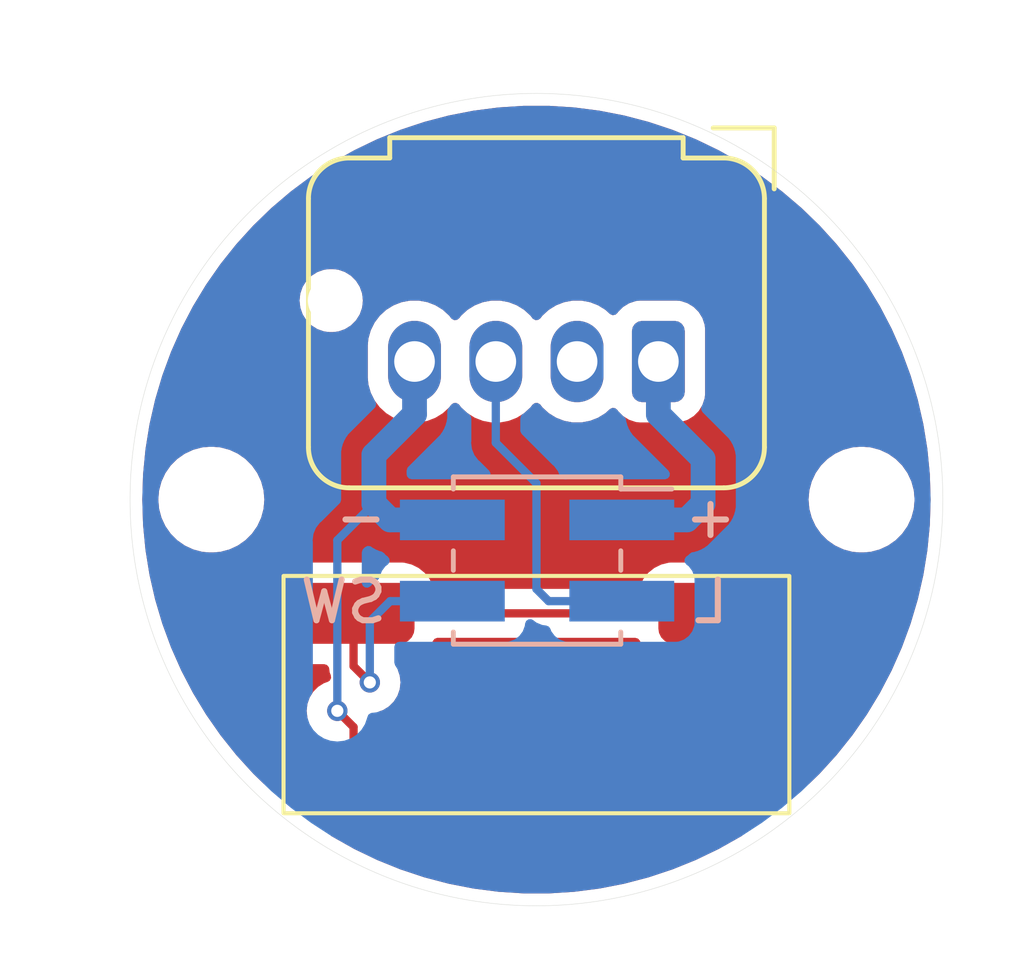
<source format=kicad_pcb>
(kicad_pcb (version 20221018) (generator pcbnew)
  (layers (0 "F.Cu" jumper) (31 "B.Cu" signal) (34 "B.Paste" user) (35 "F.Paste" user) (36 "B.SilkS" user "B.Silkscreen") (37 "F.SilkS" user "F.Silkscreen") (38 "B.Mask" user) (39 "F.Mask" user) (44 "Edge.Cuts" user))
  (net 0 "")
  (net 1 "/VBAT")
  (net 3 "/LINE")
  (net 4 "/SW")
  (net 5 "GND")
  (footprint "MountingHole:MountingHole_2.2mm_M2_ISO14580" (layer "F.Cu") (at 157 111.9)
    (fp_text reference "H1" hide)
    (fp_text value "MountingHole_Pad" hide)
    (pad "" np_thru_hole circle (at 0 0) (size 2.2 2.2) (drill 2.2) (layers "*.Cu" "*.Mask"))
  )
  (footprint "local:KSC4" (layer "F.Cu") (at 165 116.7)
    (fp_text reference "SW1" hide)
    (fp_text value "KSC421G70")
    (fp_rect (start -6.223 -2.921) (end 6.223 2.921) (stroke (width 0.1)) (fill none) (layer "F.SilkS"))
    (pad "1" smd roundrect (at -4.5 -2) (size 3 1.5) (layers "F.Cu" "F.Paste" "F.Mask") (net 4 "/SW"))
    (pad "2" smd roundrect (at 4.5 -2) (size 3 1.5) (layers "F.Cu" "F.Paste" "F.Mask") (net 4 "/SW"))
    (pad "3" smd roundrect (at -4.5 2) (size 3 1.5) (layers "F.Cu" "F.Paste" "F.Mask") (net 5 "GND"))
    (pad "4" smd roundrect (at 4.5 2) (size 3 1.5) (layers "F.Cu" "F.Paste" "F.Mask") (net 5 "GND"))
  )
  (footprint "MountingHole:MountingHole_2.2mm_M2_ISO14580" (layer "F.Cu") (at 173 111.9)
    (fp_text reference "H2" hide)
    (fp_text value "MountingHole_Pad" hide)
    (pad "" np_thru_hole circle (at 0 0) (size 2.2 2.2) (drill 2.2) (layers "*.Cu" "*.Mask"))
  )
  (footprint "Connector_JST:JST_JWPF_B04B-JWPF-SK-R_1x04_P2.00mm_Vertical" (layer "F.Cu") (at 168 108.5 -90)
    (fp_text reference "J1" hide)
    (fp_text value "B04B-JWPF-SK-R")
    (fp_line (start -5.75 -2.85) (end -4.25 -2.85) (stroke (width 0.12)) (layer "F.SilkS"))
    (fp_line (start -5.75 -1.35) (end -5.75 -2.85) (stroke (width 0.12)) (layer "F.SilkS"))
    (fp_line (start -5.51 -0.61) (end -5.51 6.61) (stroke (width 0.12)) (layer "F.SilkS"))
    (fp_line (start -5.51 6.61) (end -5.01 6.61) (stroke (width 0.12)) (layer "F.SilkS"))
    (fp_line (start -5.01 -1.61) (end -5.01 -0.61) (stroke (width 0.12)) (layer "F.SilkS"))
    (fp_line (start -5.01 -0.61) (end -5.51 -0.61) (stroke (width 0.12)) (layer "F.SilkS"))
    (fp_line (start -5.01 6.61) (end -5.01 7.61) (stroke (width 0.12)) (layer "F.SilkS"))
    (fp_line (start -4.01 -2.61) (end 2.11 -2.61) (stroke (width 0.12)) (layer "F.SilkS"))
    (fp_line (start -4.01 8.61) (end 2.11 8.61) (stroke (width 0.12)) (layer "F.SilkS"))
    (fp_line (start 3.11 -1.61) (end 3.11 7.61) (stroke (width 0.12)) (layer "F.SilkS"))
    (fp_arc (start -5.01 -1.61) (mid -4.717107 -2.317107) (end -4.01 -2.61) (stroke (width 0.12)) (layer "F.SilkS"))
    (fp_arc (start -4.01 8.61) (mid -4.717107 8.317107) (end -5.01 7.61) (stroke (width 0.12)) (layer "F.SilkS"))
    (fp_arc (start 2.11 -2.61) (mid 2.817107 -2.317107) (end 3.11 -1.61) (stroke (width 0.12)) (layer "F.SilkS"))
    (fp_arc (start 3.11 7.61) (mid 2.817107 8.317107) (end 2.11 8.61) (stroke (width 0.12)) (layer "F.SilkS"))
    (pad "" np_thru_hole circle (at -1.5 8.05 270) (size 1.15 1.15) (drill 1.15) (layers "*.Cu" "*.Mask"))
    (pad "1" thru_hole roundrect (at 0 0 270) (size 2 1.3) (drill 1) (layers "*.Cu" "*.Mask") (roundrect_rratio 0.1923076923) (net 1 "/VBAT"))
    (pad "2" thru_hole oval (at 0 2 270) (size 2 1.3) (drill 1) (layers "*.Cu" "*.Mask"))
    (pad "3" thru_hole oval (at 0 4 270) (size 2 1.3) (drill 1) (layers "*.Cu" "*.Mask") (net 3 "/LINE"))
    (pad "4" thru_hole oval (at 0 6 270) (size 2 1.3) (drill 1) (layers "*.Cu" "*.Mask") (net 5 "GND"))
  )
  (footprint "Connector_PinHeader_2.00mm:PinHeader_2x02_P2.00mm_Vertical_SMD" (layer "B.Cu") (at 165.015 113.4 180)
    (fp_text reference "J2" hide)
    (fp_text value "PinHeader (2.54mm)" hide)
    (fp_line (start -3.315 1.76) (end -2.06 1.76) (stroke (width 0.12)) (layer "B.SilkS"))
    (fp_line (start -2.06 -2.06) (end 2.06 -2.06) (stroke (width 0.12)) (layer "B.SilkS"))
    (fp_line (start -2.06 -1.76) (end -2.06 -2.06) (stroke (width 0.12)) (layer "B.SilkS"))
    (fp_line (start -2.06 0.24) (end -2.06 -0.24) (stroke (width 0.12)) (layer "B.SilkS"))
    (fp_line (start -2.06 2.06) (end -2.06 1.76) (stroke (width 0.12)) (layer "B.SilkS"))
    (fp_line (start -2.06 2.06) (end 2.06 2.06) (stroke (width 0.12)) (layer "B.SilkS"))
    (fp_line (start 2.06 -1.76) (end 2.06 -2.06) (stroke (width 0.12)) (layer "B.SilkS"))
    (fp_line (start 2.06 0.24) (end 2.06 -0.24) (stroke (width 0.12)) (layer "B.SilkS"))
    (fp_line (start 2.06 2.06) (end 2.06 1.76) (stroke (width 0.12)) (layer "B.SilkS"))
    (pad "1" smd rect (at -2.085 1 180) (size 2.58 1) (layers "B.Cu" "B.Paste" "B.Mask") (net 1 "/VBAT"))
    (pad "2" smd rect (at 2.085 1 180) (size 2.58 1) (layers "B.Cu" "B.Paste" "B.Mask") (net 5 "GND"))
    (pad "3" smd rect (at -2.085 -1 180) (size 2.58 1) (layers "B.Cu" "B.Paste" "B.Mask") (net 3 "/LINE"))
    (pad "4" smd rect (at 2.085 -1 180) (size 2.58 1) (layers "B.Cu" "B.Paste" "B.Mask") (net 4 "/SW"))
  )
  (gr_circle (center 165 111.9) (end 175.000009 111.9) (stroke (width 0.01)) (fill none) (layer "Edge.Cuts"))
  (gr_text "+" (at 170 112.9) (layer "B.SilkS") (effects (font (size 1 1)) (justify left bottom mirror)))
  (gr_text "SW" (at 161.4 115) (layer "B.SilkS") (effects (font (size 1 1)) (justify left bottom mirror)))
  (gr_text "-" (at 161.4 112.9) (layer "B.SilkS") (effects (font (size 1 1)) (justify left bottom mirror)))
  (gr_text "L" (at 169.8 115) (layer "B.SilkS") (effects (font (size 1 1)) (justify left bottom mirror)))
  (segment (start 169.1 110.9) (end 168 109.8) (width 0.6096) (layer "B.Cu") (net 1))
  (segment (start 168.7 112.4) (end 169.1 112) (width 0.6096) (layer "B.Cu") (net 1))
  (segment (start 168 109.8) (end 168 108.5) (width 0.6096) (layer "B.Cu") (net 1))
  (segment (start 169.1 112) (end 169.1 110.9) (width 0.6096) (layer "B.Cu") (net 1))
  (segment (start 167.1 112.4) (end 168.7 112.4) (width 0.6096) (layer "B.Cu") (net 1))
  (segment (start 164 108.5) (end 164 110.5) (width 0.2032) (layer "B.Cu") (net 3))
  (segment (start 164 110.5) (end 165 111.5) (width 0.2032) (layer "B.Cu") (net 3))
  (segment (start 165.3 114.4) (end 167.1 114.4) (width 0.2032) (layer "B.Cu") (net 3))
  (segment (start 165 111.5) (end 165 114.1) (width 0.2032) (layer "B.Cu") (net 3))
  (segment (start 165 114.1) (end 165.3 114.4) (width 0.2032) (layer "B.Cu") (net 3))
  (segment (start 160.9 116.4) (end 160.5 116) (width 0.2032) (layer "F.Cu") (net 4))
  (segment (start 160.5 116) (end 160.5 114.7) (width 0.2032) (layer "F.Cu") (net 4))
  (segment (start 169.5 114.7) (end 160.5 114.7) (width 0.2032) (layer "F.Cu") (net 4))
  (via (at 160.9 116.4) (size 0.5) (drill 0.3) (layers "F.Cu" "B.Cu") (net 4))
  (segment (start 160.9 114.9) (end 160.9 116.4) (width 0.2032) (layer "B.Cu") (net 4))
  (segment (start 161.4 114.4) (end 160.9 114.9) (width 0.2032) (layer "B.Cu") (net 4))
  (segment (start 162.93 114.4) (end 161.4 114.4) (width 0.2032) (layer "B.Cu") (net 4))
  (segment (start 169.5 118.7) (end 160.5 118.7) (width 0.25) (layer "F.Cu") (net 5))
  (segment (start 160.5 117.5) (end 160.1 117.1) (width 0.2032) (layer "F.Cu") (net 5))
  (segment (start 160.5 118.7) (end 160.5 117.5) (width 0.2032) (layer "F.Cu") (net 5))
  (via (at 160.1 117.1) (size 0.5) (drill 0.3) (layers "F.Cu" "B.Cu") (net 5))
  (segment (start 160.1 117.1) (end 160.1 112.9) (width 0.2032) (layer "B.Cu") (net 5))
  (segment (start 162.93 112.4) (end 161.4 112.4) (width 0.6096) (layer "B.Cu") (net 5))
  (segment (start 161.4 112.4) (end 161 112) (width 0.6096) (layer "B.Cu") (net 5))
  (segment (start 162 109.8) (end 162 108.5) (width 0.6096) (layer "B.Cu") (net 5))
  (segment (start 160.1 112.9) (end 161 112) (width 0.2032) (layer "B.Cu") (net 5))
  (segment (start 161 112) (end 161 110.8) (width 0.6096) (layer "B.Cu") (net 5))
  (segment (start 161 110.8) (end 162 109.8) (width 0.6096) (layer "B.Cu") (net 5))
  (zone (net 0) (net_name "") (layers "F&B.Cu") (connect_pads (clearance 0.5)) (min_thickness 0.25) (fill yes (thermal_gap 0.5) (thermal_bridge_width 0.5) (island_removal_mode 1) (island_area_min 10))
    (polygon (pts (xy 151.9 100) (xy 177 99.6) (xy 177 123.7) (xy 151.8 123.5)))
  )
)
</source>
